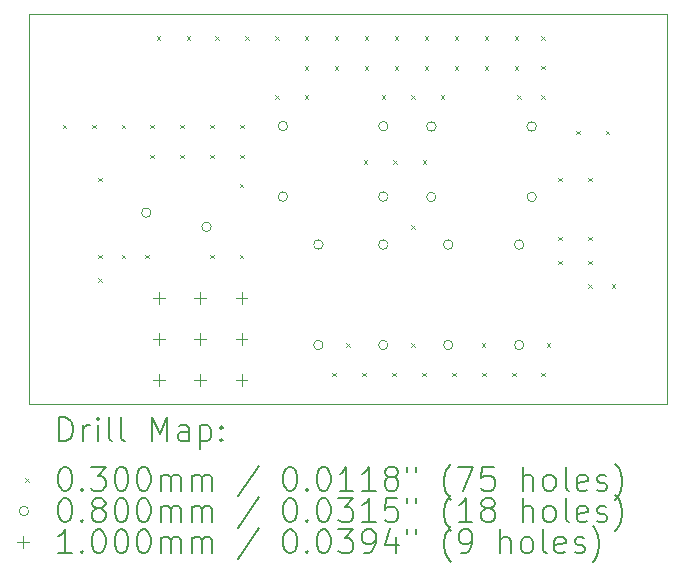
<source format=gbr>
%TF.GenerationSoftware,KiCad,Pcbnew,8.0.5*%
%TF.CreationDate,2024-10-06T13:25:50+09:00*%
%TF.ProjectId,ATT_24dB,4154545f-3234-4644-922e-6b696361645f,rev?*%
%TF.SameCoordinates,Original*%
%TF.FileFunction,Drillmap*%
%TF.FilePolarity,Positive*%
%FSLAX45Y45*%
G04 Gerber Fmt 4.5, Leading zero omitted, Abs format (unit mm)*
G04 Created by KiCad (PCBNEW 8.0.5) date 2024-10-06 13:25:50*
%MOMM*%
%LPD*%
G01*
G04 APERTURE LIST*
%ADD10C,0.050000*%
%ADD11C,0.200000*%
%ADD12C,0.100000*%
G04 APERTURE END LIST*
D10*
X6050000Y-2500000D02*
X11450000Y-2500000D01*
X11450000Y-5800000D01*
X6050000Y-5800000D01*
X6050000Y-2500000D01*
D11*
D12*
X6335000Y-3435000D02*
X6365000Y-3465000D01*
X6365000Y-3435000D02*
X6335000Y-3465000D01*
X6585000Y-3435000D02*
X6615000Y-3465000D01*
X6615000Y-3435000D02*
X6585000Y-3465000D01*
X6635000Y-3885000D02*
X6665000Y-3915000D01*
X6665000Y-3885000D02*
X6635000Y-3915000D01*
X6635000Y-4535000D02*
X6665000Y-4565000D01*
X6665000Y-4535000D02*
X6635000Y-4565000D01*
X6635000Y-4735000D02*
X6665000Y-4765000D01*
X6665000Y-4735000D02*
X6635000Y-4765000D01*
X6835000Y-3435000D02*
X6865000Y-3465000D01*
X6865000Y-3435000D02*
X6835000Y-3465000D01*
X6835000Y-4535000D02*
X6865000Y-4565000D01*
X6865000Y-4535000D02*
X6835000Y-4565000D01*
X7035000Y-4535000D02*
X7065000Y-4565000D01*
X7065000Y-4535000D02*
X7035000Y-4565000D01*
X7077000Y-3435000D02*
X7107000Y-3465000D01*
X7107000Y-3435000D02*
X7077000Y-3465000D01*
X7077000Y-3689000D02*
X7107000Y-3719000D01*
X7107000Y-3689000D02*
X7077000Y-3719000D01*
X7131000Y-2685000D02*
X7161000Y-2715000D01*
X7161000Y-2685000D02*
X7131000Y-2715000D01*
X7331000Y-3435000D02*
X7361000Y-3465000D01*
X7361000Y-3435000D02*
X7331000Y-3465000D01*
X7331000Y-3689000D02*
X7361000Y-3719000D01*
X7361000Y-3689000D02*
X7331000Y-3719000D01*
X7385000Y-2685000D02*
X7415000Y-2715000D01*
X7415000Y-2685000D02*
X7385000Y-2715000D01*
X7585000Y-3435000D02*
X7615000Y-3465000D01*
X7615000Y-3435000D02*
X7585000Y-3465000D01*
X7585000Y-3689000D02*
X7615000Y-3719000D01*
X7615000Y-3689000D02*
X7585000Y-3719000D01*
X7585000Y-4535000D02*
X7615000Y-4565000D01*
X7615000Y-4535000D02*
X7585000Y-4565000D01*
X7627000Y-2685000D02*
X7657000Y-2715000D01*
X7657000Y-2685000D02*
X7627000Y-2715000D01*
X7835000Y-3935000D02*
X7865000Y-3965000D01*
X7865000Y-3935000D02*
X7835000Y-3965000D01*
X7835000Y-4535000D02*
X7865000Y-4565000D01*
X7865000Y-4535000D02*
X7835000Y-4565000D01*
X7839000Y-3435000D02*
X7869000Y-3465000D01*
X7869000Y-3435000D02*
X7839000Y-3465000D01*
X7839000Y-3689000D02*
X7869000Y-3719000D01*
X7869000Y-3689000D02*
X7839000Y-3719000D01*
X7881000Y-2685000D02*
X7911000Y-2715000D01*
X7911000Y-2685000D02*
X7881000Y-2715000D01*
X8135000Y-2685000D02*
X8165000Y-2715000D01*
X8165000Y-2685000D02*
X8135000Y-2715000D01*
X8135000Y-3185000D02*
X8165000Y-3215000D01*
X8165000Y-3185000D02*
X8135000Y-3215000D01*
X8385000Y-2685000D02*
X8415000Y-2715000D01*
X8415000Y-2685000D02*
X8385000Y-2715000D01*
X8385000Y-2939000D02*
X8415000Y-2969000D01*
X8415000Y-2939000D02*
X8385000Y-2969000D01*
X8385000Y-3185000D02*
X8415000Y-3215000D01*
X8415000Y-3185000D02*
X8385000Y-3215000D01*
X8619000Y-5535000D02*
X8649000Y-5565000D01*
X8649000Y-5535000D02*
X8619000Y-5565000D01*
X8639000Y-2685000D02*
X8669000Y-2715000D01*
X8669000Y-2685000D02*
X8639000Y-2715000D01*
X8639000Y-2939000D02*
X8669000Y-2969000D01*
X8669000Y-2939000D02*
X8639000Y-2969000D01*
X8735000Y-5285000D02*
X8765000Y-5315000D01*
X8765000Y-5285000D02*
X8735000Y-5315000D01*
X8873000Y-5535000D02*
X8903000Y-5565000D01*
X8903000Y-5535000D02*
X8873000Y-5565000D01*
X8885000Y-3735000D02*
X8915000Y-3765000D01*
X8915000Y-3735000D02*
X8885000Y-3765000D01*
X8893000Y-2685000D02*
X8923000Y-2715000D01*
X8923000Y-2685000D02*
X8893000Y-2715000D01*
X8893000Y-2939000D02*
X8923000Y-2969000D01*
X8923000Y-2939000D02*
X8893000Y-2969000D01*
X9035000Y-3185000D02*
X9065000Y-3215000D01*
X9065000Y-3185000D02*
X9035000Y-3215000D01*
X9127000Y-5535000D02*
X9157000Y-5565000D01*
X9157000Y-5535000D02*
X9127000Y-5565000D01*
X9135000Y-3735000D02*
X9165000Y-3765000D01*
X9165000Y-3735000D02*
X9135000Y-3765000D01*
X9147000Y-2685000D02*
X9177000Y-2715000D01*
X9177000Y-2685000D02*
X9147000Y-2715000D01*
X9147000Y-2939000D02*
X9177000Y-2969000D01*
X9177000Y-2939000D02*
X9147000Y-2969000D01*
X9285000Y-3185000D02*
X9315000Y-3215000D01*
X9315000Y-3185000D02*
X9285000Y-3215000D01*
X9285000Y-4285000D02*
X9315000Y-4315000D01*
X9315000Y-4285000D02*
X9285000Y-4315000D01*
X9285000Y-5285000D02*
X9315000Y-5315000D01*
X9315000Y-5285000D02*
X9285000Y-5315000D01*
X9381000Y-5535000D02*
X9411000Y-5565000D01*
X9411000Y-5535000D02*
X9381000Y-5565000D01*
X9385000Y-3735000D02*
X9415000Y-3765000D01*
X9415000Y-3735000D02*
X9385000Y-3765000D01*
X9401000Y-2685000D02*
X9431000Y-2715000D01*
X9431000Y-2685000D02*
X9401000Y-2715000D01*
X9401000Y-2939000D02*
X9431000Y-2969000D01*
X9431000Y-2939000D02*
X9401000Y-2969000D01*
X9535000Y-3185000D02*
X9565000Y-3215000D01*
X9565000Y-3185000D02*
X9535000Y-3215000D01*
X9635000Y-5535000D02*
X9665000Y-5565000D01*
X9665000Y-5535000D02*
X9635000Y-5565000D01*
X9655000Y-2685000D02*
X9685000Y-2715000D01*
X9685000Y-2685000D02*
X9655000Y-2715000D01*
X9655000Y-2939000D02*
X9685000Y-2969000D01*
X9685000Y-2939000D02*
X9655000Y-2969000D01*
X9885000Y-5285000D02*
X9915000Y-5315000D01*
X9915000Y-5285000D02*
X9885000Y-5315000D01*
X9889000Y-5535000D02*
X9919000Y-5565000D01*
X9919000Y-5535000D02*
X9889000Y-5565000D01*
X9909000Y-2685000D02*
X9939000Y-2715000D01*
X9939000Y-2685000D02*
X9909000Y-2715000D01*
X9909000Y-2939000D02*
X9939000Y-2969000D01*
X9939000Y-2939000D02*
X9909000Y-2969000D01*
X10143000Y-5535000D02*
X10173000Y-5565000D01*
X10173000Y-5535000D02*
X10143000Y-5565000D01*
X10163000Y-2685000D02*
X10193000Y-2715000D01*
X10193000Y-2685000D02*
X10163000Y-2715000D01*
X10163000Y-2939000D02*
X10193000Y-2969000D01*
X10193000Y-2939000D02*
X10163000Y-2969000D01*
X10185000Y-3185000D02*
X10215000Y-3215000D01*
X10215000Y-3185000D02*
X10185000Y-3215000D01*
X10385000Y-2685000D02*
X10415000Y-2715000D01*
X10415000Y-2685000D02*
X10385000Y-2715000D01*
X10385000Y-2935000D02*
X10415000Y-2965000D01*
X10415000Y-2935000D02*
X10385000Y-2965000D01*
X10385000Y-3185000D02*
X10415000Y-3215000D01*
X10415000Y-3185000D02*
X10385000Y-3215000D01*
X10385000Y-5535000D02*
X10415000Y-5565000D01*
X10415000Y-5535000D02*
X10385000Y-5565000D01*
X10435000Y-5285000D02*
X10465000Y-5315000D01*
X10465000Y-5285000D02*
X10435000Y-5315000D01*
X10531000Y-3885000D02*
X10561000Y-3915000D01*
X10561000Y-3885000D02*
X10531000Y-3915000D01*
X10531000Y-4385000D02*
X10561000Y-4415000D01*
X10561000Y-4385000D02*
X10531000Y-4415000D01*
X10531000Y-4585000D02*
X10561000Y-4615000D01*
X10561000Y-4585000D02*
X10531000Y-4615000D01*
X10685000Y-3485000D02*
X10715000Y-3515000D01*
X10715000Y-3485000D02*
X10685000Y-3515000D01*
X10785000Y-3885000D02*
X10815000Y-3915000D01*
X10815000Y-3885000D02*
X10785000Y-3915000D01*
X10785000Y-4385000D02*
X10815000Y-4415000D01*
X10815000Y-4385000D02*
X10785000Y-4415000D01*
X10785000Y-4585000D02*
X10815000Y-4615000D01*
X10815000Y-4585000D02*
X10785000Y-4615000D01*
X10785000Y-4785000D02*
X10815000Y-4815000D01*
X10815000Y-4785000D02*
X10785000Y-4815000D01*
X10935000Y-3485000D02*
X10965000Y-3515000D01*
X10965000Y-3485000D02*
X10935000Y-3515000D01*
X10985000Y-4785000D02*
X11015000Y-4815000D01*
X11015000Y-4785000D02*
X10985000Y-4815000D01*
X7083250Y-4180000D02*
G75*
G02*
X7003250Y-4180000I-40000J0D01*
G01*
X7003250Y-4180000D02*
G75*
G02*
X7083250Y-4180000I40000J0D01*
G01*
X7593250Y-4300000D02*
G75*
G02*
X7513250Y-4300000I-40000J0D01*
G01*
X7513250Y-4300000D02*
G75*
G02*
X7593250Y-4300000I40000J0D01*
G01*
X8240000Y-3446750D02*
G75*
G02*
X8160000Y-3446750I-40000J0D01*
G01*
X8160000Y-3446750D02*
G75*
G02*
X8240000Y-3446750I40000J0D01*
G01*
X8240000Y-4043500D02*
G75*
G02*
X8160000Y-4043500I-40000J0D01*
G01*
X8160000Y-4043500D02*
G75*
G02*
X8240000Y-4043500I40000J0D01*
G01*
X8540000Y-4450000D02*
G75*
G02*
X8460000Y-4450000I-40000J0D01*
G01*
X8460000Y-4450000D02*
G75*
G02*
X8540000Y-4450000I40000J0D01*
G01*
X8540000Y-5300000D02*
G75*
G02*
X8460000Y-5300000I-40000J0D01*
G01*
X8460000Y-5300000D02*
G75*
G02*
X8540000Y-5300000I40000J0D01*
G01*
X9090000Y-3446750D02*
G75*
G02*
X9010000Y-3446750I-40000J0D01*
G01*
X9010000Y-3446750D02*
G75*
G02*
X9090000Y-3446750I40000J0D01*
G01*
X9090000Y-4043500D02*
G75*
G02*
X9010000Y-4043500I-40000J0D01*
G01*
X9010000Y-4043500D02*
G75*
G02*
X9090000Y-4043500I40000J0D01*
G01*
X9090000Y-4450000D02*
G75*
G02*
X9010000Y-4450000I-40000J0D01*
G01*
X9010000Y-4450000D02*
G75*
G02*
X9090000Y-4450000I40000J0D01*
G01*
X9090000Y-5300000D02*
G75*
G02*
X9010000Y-5300000I-40000J0D01*
G01*
X9010000Y-5300000D02*
G75*
G02*
X9090000Y-5300000I40000J0D01*
G01*
X9496500Y-3450000D02*
G75*
G02*
X9416500Y-3450000I-40000J0D01*
G01*
X9416500Y-3450000D02*
G75*
G02*
X9496500Y-3450000I40000J0D01*
G01*
X9496500Y-4046750D02*
G75*
G02*
X9416500Y-4046750I-40000J0D01*
G01*
X9416500Y-4046750D02*
G75*
G02*
X9496500Y-4046750I40000J0D01*
G01*
X9640000Y-4450000D02*
G75*
G02*
X9560000Y-4450000I-40000J0D01*
G01*
X9560000Y-4450000D02*
G75*
G02*
X9640000Y-4450000I40000J0D01*
G01*
X9640000Y-5300000D02*
G75*
G02*
X9560000Y-5300000I-40000J0D01*
G01*
X9560000Y-5300000D02*
G75*
G02*
X9640000Y-5300000I40000J0D01*
G01*
X10240000Y-4450000D02*
G75*
G02*
X10160000Y-4450000I-40000J0D01*
G01*
X10160000Y-4450000D02*
G75*
G02*
X10240000Y-4450000I40000J0D01*
G01*
X10240000Y-5300000D02*
G75*
G02*
X10160000Y-5300000I-40000J0D01*
G01*
X10160000Y-5300000D02*
G75*
G02*
X10240000Y-5300000I40000J0D01*
G01*
X10346500Y-3450000D02*
G75*
G02*
X10266500Y-3450000I-40000J0D01*
G01*
X10266500Y-3450000D02*
G75*
G02*
X10346500Y-3450000I40000J0D01*
G01*
X10346500Y-4046750D02*
G75*
G02*
X10266500Y-4046750I-40000J0D01*
G01*
X10266500Y-4046750D02*
G75*
G02*
X10346500Y-4046750I40000J0D01*
G01*
X7150000Y-4850000D02*
X7150000Y-4950000D01*
X7100000Y-4900000D02*
X7200000Y-4900000D01*
X7150000Y-5200000D02*
X7150000Y-5300000D01*
X7100000Y-5250000D02*
X7200000Y-5250000D01*
X7150000Y-5550000D02*
X7150000Y-5650000D01*
X7100000Y-5600000D02*
X7200000Y-5600000D01*
X7500000Y-4850000D02*
X7500000Y-4950000D01*
X7450000Y-4900000D02*
X7550000Y-4900000D01*
X7500000Y-5200000D02*
X7500000Y-5300000D01*
X7450000Y-5250000D02*
X7550000Y-5250000D01*
X7500000Y-5550000D02*
X7500000Y-5650000D01*
X7450000Y-5600000D02*
X7550000Y-5600000D01*
X7850000Y-4850000D02*
X7850000Y-4950000D01*
X7800000Y-4900000D02*
X7900000Y-4900000D01*
X7850000Y-5200000D02*
X7850000Y-5300000D01*
X7800000Y-5250000D02*
X7900000Y-5250000D01*
X7850000Y-5550000D02*
X7850000Y-5650000D01*
X7800000Y-5600000D02*
X7900000Y-5600000D01*
D11*
X6308277Y-6113984D02*
X6308277Y-5913984D01*
X6308277Y-5913984D02*
X6355896Y-5913984D01*
X6355896Y-5913984D02*
X6384467Y-5923508D01*
X6384467Y-5923508D02*
X6403515Y-5942555D01*
X6403515Y-5942555D02*
X6413039Y-5961603D01*
X6413039Y-5961603D02*
X6422562Y-5999698D01*
X6422562Y-5999698D02*
X6422562Y-6028269D01*
X6422562Y-6028269D02*
X6413039Y-6066365D01*
X6413039Y-6066365D02*
X6403515Y-6085412D01*
X6403515Y-6085412D02*
X6384467Y-6104460D01*
X6384467Y-6104460D02*
X6355896Y-6113984D01*
X6355896Y-6113984D02*
X6308277Y-6113984D01*
X6508277Y-6113984D02*
X6508277Y-5980650D01*
X6508277Y-6018746D02*
X6517801Y-5999698D01*
X6517801Y-5999698D02*
X6527324Y-5990174D01*
X6527324Y-5990174D02*
X6546372Y-5980650D01*
X6546372Y-5980650D02*
X6565420Y-5980650D01*
X6632086Y-6113984D02*
X6632086Y-5980650D01*
X6632086Y-5913984D02*
X6622562Y-5923508D01*
X6622562Y-5923508D02*
X6632086Y-5933031D01*
X6632086Y-5933031D02*
X6641610Y-5923508D01*
X6641610Y-5923508D02*
X6632086Y-5913984D01*
X6632086Y-5913984D02*
X6632086Y-5933031D01*
X6755896Y-6113984D02*
X6736848Y-6104460D01*
X6736848Y-6104460D02*
X6727324Y-6085412D01*
X6727324Y-6085412D02*
X6727324Y-5913984D01*
X6860658Y-6113984D02*
X6841610Y-6104460D01*
X6841610Y-6104460D02*
X6832086Y-6085412D01*
X6832086Y-6085412D02*
X6832086Y-5913984D01*
X7089229Y-6113984D02*
X7089229Y-5913984D01*
X7089229Y-5913984D02*
X7155896Y-6056841D01*
X7155896Y-6056841D02*
X7222562Y-5913984D01*
X7222562Y-5913984D02*
X7222562Y-6113984D01*
X7403515Y-6113984D02*
X7403515Y-6009222D01*
X7403515Y-6009222D02*
X7393991Y-5990174D01*
X7393991Y-5990174D02*
X7374943Y-5980650D01*
X7374943Y-5980650D02*
X7336848Y-5980650D01*
X7336848Y-5980650D02*
X7317801Y-5990174D01*
X7403515Y-6104460D02*
X7384467Y-6113984D01*
X7384467Y-6113984D02*
X7336848Y-6113984D01*
X7336848Y-6113984D02*
X7317801Y-6104460D01*
X7317801Y-6104460D02*
X7308277Y-6085412D01*
X7308277Y-6085412D02*
X7308277Y-6066365D01*
X7308277Y-6066365D02*
X7317801Y-6047317D01*
X7317801Y-6047317D02*
X7336848Y-6037793D01*
X7336848Y-6037793D02*
X7384467Y-6037793D01*
X7384467Y-6037793D02*
X7403515Y-6028269D01*
X7498753Y-5980650D02*
X7498753Y-6180650D01*
X7498753Y-5990174D02*
X7517801Y-5980650D01*
X7517801Y-5980650D02*
X7555896Y-5980650D01*
X7555896Y-5980650D02*
X7574943Y-5990174D01*
X7574943Y-5990174D02*
X7584467Y-5999698D01*
X7584467Y-5999698D02*
X7593991Y-6018746D01*
X7593991Y-6018746D02*
X7593991Y-6075888D01*
X7593991Y-6075888D02*
X7584467Y-6094936D01*
X7584467Y-6094936D02*
X7574943Y-6104460D01*
X7574943Y-6104460D02*
X7555896Y-6113984D01*
X7555896Y-6113984D02*
X7517801Y-6113984D01*
X7517801Y-6113984D02*
X7498753Y-6104460D01*
X7679705Y-6094936D02*
X7689229Y-6104460D01*
X7689229Y-6104460D02*
X7679705Y-6113984D01*
X7679705Y-6113984D02*
X7670182Y-6104460D01*
X7670182Y-6104460D02*
X7679705Y-6094936D01*
X7679705Y-6094936D02*
X7679705Y-6113984D01*
X7679705Y-5990174D02*
X7689229Y-5999698D01*
X7689229Y-5999698D02*
X7679705Y-6009222D01*
X7679705Y-6009222D02*
X7670182Y-5999698D01*
X7670182Y-5999698D02*
X7679705Y-5990174D01*
X7679705Y-5990174D02*
X7679705Y-6009222D01*
D12*
X6017500Y-6427500D02*
X6047500Y-6457500D01*
X6047500Y-6427500D02*
X6017500Y-6457500D01*
D11*
X6346372Y-6333984D02*
X6365420Y-6333984D01*
X6365420Y-6333984D02*
X6384467Y-6343508D01*
X6384467Y-6343508D02*
X6393991Y-6353031D01*
X6393991Y-6353031D02*
X6403515Y-6372079D01*
X6403515Y-6372079D02*
X6413039Y-6410174D01*
X6413039Y-6410174D02*
X6413039Y-6457793D01*
X6413039Y-6457793D02*
X6403515Y-6495888D01*
X6403515Y-6495888D02*
X6393991Y-6514936D01*
X6393991Y-6514936D02*
X6384467Y-6524460D01*
X6384467Y-6524460D02*
X6365420Y-6533984D01*
X6365420Y-6533984D02*
X6346372Y-6533984D01*
X6346372Y-6533984D02*
X6327324Y-6524460D01*
X6327324Y-6524460D02*
X6317801Y-6514936D01*
X6317801Y-6514936D02*
X6308277Y-6495888D01*
X6308277Y-6495888D02*
X6298753Y-6457793D01*
X6298753Y-6457793D02*
X6298753Y-6410174D01*
X6298753Y-6410174D02*
X6308277Y-6372079D01*
X6308277Y-6372079D02*
X6317801Y-6353031D01*
X6317801Y-6353031D02*
X6327324Y-6343508D01*
X6327324Y-6343508D02*
X6346372Y-6333984D01*
X6498753Y-6514936D02*
X6508277Y-6524460D01*
X6508277Y-6524460D02*
X6498753Y-6533984D01*
X6498753Y-6533984D02*
X6489229Y-6524460D01*
X6489229Y-6524460D02*
X6498753Y-6514936D01*
X6498753Y-6514936D02*
X6498753Y-6533984D01*
X6574943Y-6333984D02*
X6698753Y-6333984D01*
X6698753Y-6333984D02*
X6632086Y-6410174D01*
X6632086Y-6410174D02*
X6660658Y-6410174D01*
X6660658Y-6410174D02*
X6679705Y-6419698D01*
X6679705Y-6419698D02*
X6689229Y-6429222D01*
X6689229Y-6429222D02*
X6698753Y-6448269D01*
X6698753Y-6448269D02*
X6698753Y-6495888D01*
X6698753Y-6495888D02*
X6689229Y-6514936D01*
X6689229Y-6514936D02*
X6679705Y-6524460D01*
X6679705Y-6524460D02*
X6660658Y-6533984D01*
X6660658Y-6533984D02*
X6603515Y-6533984D01*
X6603515Y-6533984D02*
X6584467Y-6524460D01*
X6584467Y-6524460D02*
X6574943Y-6514936D01*
X6822562Y-6333984D02*
X6841610Y-6333984D01*
X6841610Y-6333984D02*
X6860658Y-6343508D01*
X6860658Y-6343508D02*
X6870182Y-6353031D01*
X6870182Y-6353031D02*
X6879705Y-6372079D01*
X6879705Y-6372079D02*
X6889229Y-6410174D01*
X6889229Y-6410174D02*
X6889229Y-6457793D01*
X6889229Y-6457793D02*
X6879705Y-6495888D01*
X6879705Y-6495888D02*
X6870182Y-6514936D01*
X6870182Y-6514936D02*
X6860658Y-6524460D01*
X6860658Y-6524460D02*
X6841610Y-6533984D01*
X6841610Y-6533984D02*
X6822562Y-6533984D01*
X6822562Y-6533984D02*
X6803515Y-6524460D01*
X6803515Y-6524460D02*
X6793991Y-6514936D01*
X6793991Y-6514936D02*
X6784467Y-6495888D01*
X6784467Y-6495888D02*
X6774943Y-6457793D01*
X6774943Y-6457793D02*
X6774943Y-6410174D01*
X6774943Y-6410174D02*
X6784467Y-6372079D01*
X6784467Y-6372079D02*
X6793991Y-6353031D01*
X6793991Y-6353031D02*
X6803515Y-6343508D01*
X6803515Y-6343508D02*
X6822562Y-6333984D01*
X7013039Y-6333984D02*
X7032086Y-6333984D01*
X7032086Y-6333984D02*
X7051134Y-6343508D01*
X7051134Y-6343508D02*
X7060658Y-6353031D01*
X7060658Y-6353031D02*
X7070182Y-6372079D01*
X7070182Y-6372079D02*
X7079705Y-6410174D01*
X7079705Y-6410174D02*
X7079705Y-6457793D01*
X7079705Y-6457793D02*
X7070182Y-6495888D01*
X7070182Y-6495888D02*
X7060658Y-6514936D01*
X7060658Y-6514936D02*
X7051134Y-6524460D01*
X7051134Y-6524460D02*
X7032086Y-6533984D01*
X7032086Y-6533984D02*
X7013039Y-6533984D01*
X7013039Y-6533984D02*
X6993991Y-6524460D01*
X6993991Y-6524460D02*
X6984467Y-6514936D01*
X6984467Y-6514936D02*
X6974943Y-6495888D01*
X6974943Y-6495888D02*
X6965420Y-6457793D01*
X6965420Y-6457793D02*
X6965420Y-6410174D01*
X6965420Y-6410174D02*
X6974943Y-6372079D01*
X6974943Y-6372079D02*
X6984467Y-6353031D01*
X6984467Y-6353031D02*
X6993991Y-6343508D01*
X6993991Y-6343508D02*
X7013039Y-6333984D01*
X7165420Y-6533984D02*
X7165420Y-6400650D01*
X7165420Y-6419698D02*
X7174943Y-6410174D01*
X7174943Y-6410174D02*
X7193991Y-6400650D01*
X7193991Y-6400650D02*
X7222563Y-6400650D01*
X7222563Y-6400650D02*
X7241610Y-6410174D01*
X7241610Y-6410174D02*
X7251134Y-6429222D01*
X7251134Y-6429222D02*
X7251134Y-6533984D01*
X7251134Y-6429222D02*
X7260658Y-6410174D01*
X7260658Y-6410174D02*
X7279705Y-6400650D01*
X7279705Y-6400650D02*
X7308277Y-6400650D01*
X7308277Y-6400650D02*
X7327324Y-6410174D01*
X7327324Y-6410174D02*
X7336848Y-6429222D01*
X7336848Y-6429222D02*
X7336848Y-6533984D01*
X7432086Y-6533984D02*
X7432086Y-6400650D01*
X7432086Y-6419698D02*
X7441610Y-6410174D01*
X7441610Y-6410174D02*
X7460658Y-6400650D01*
X7460658Y-6400650D02*
X7489229Y-6400650D01*
X7489229Y-6400650D02*
X7508277Y-6410174D01*
X7508277Y-6410174D02*
X7517801Y-6429222D01*
X7517801Y-6429222D02*
X7517801Y-6533984D01*
X7517801Y-6429222D02*
X7527324Y-6410174D01*
X7527324Y-6410174D02*
X7546372Y-6400650D01*
X7546372Y-6400650D02*
X7574943Y-6400650D01*
X7574943Y-6400650D02*
X7593991Y-6410174D01*
X7593991Y-6410174D02*
X7603515Y-6429222D01*
X7603515Y-6429222D02*
X7603515Y-6533984D01*
X7993991Y-6324460D02*
X7822563Y-6581603D01*
X8251134Y-6333984D02*
X8270182Y-6333984D01*
X8270182Y-6333984D02*
X8289229Y-6343508D01*
X8289229Y-6343508D02*
X8298753Y-6353031D01*
X8298753Y-6353031D02*
X8308277Y-6372079D01*
X8308277Y-6372079D02*
X8317801Y-6410174D01*
X8317801Y-6410174D02*
X8317801Y-6457793D01*
X8317801Y-6457793D02*
X8308277Y-6495888D01*
X8308277Y-6495888D02*
X8298753Y-6514936D01*
X8298753Y-6514936D02*
X8289229Y-6524460D01*
X8289229Y-6524460D02*
X8270182Y-6533984D01*
X8270182Y-6533984D02*
X8251134Y-6533984D01*
X8251134Y-6533984D02*
X8232086Y-6524460D01*
X8232086Y-6524460D02*
X8222563Y-6514936D01*
X8222563Y-6514936D02*
X8213039Y-6495888D01*
X8213039Y-6495888D02*
X8203515Y-6457793D01*
X8203515Y-6457793D02*
X8203515Y-6410174D01*
X8203515Y-6410174D02*
X8213039Y-6372079D01*
X8213039Y-6372079D02*
X8222563Y-6353031D01*
X8222563Y-6353031D02*
X8232086Y-6343508D01*
X8232086Y-6343508D02*
X8251134Y-6333984D01*
X8403515Y-6514936D02*
X8413039Y-6524460D01*
X8413039Y-6524460D02*
X8403515Y-6533984D01*
X8403515Y-6533984D02*
X8393991Y-6524460D01*
X8393991Y-6524460D02*
X8403515Y-6514936D01*
X8403515Y-6514936D02*
X8403515Y-6533984D01*
X8536848Y-6333984D02*
X8555896Y-6333984D01*
X8555896Y-6333984D02*
X8574944Y-6343508D01*
X8574944Y-6343508D02*
X8584468Y-6353031D01*
X8584468Y-6353031D02*
X8593991Y-6372079D01*
X8593991Y-6372079D02*
X8603515Y-6410174D01*
X8603515Y-6410174D02*
X8603515Y-6457793D01*
X8603515Y-6457793D02*
X8593991Y-6495888D01*
X8593991Y-6495888D02*
X8584468Y-6514936D01*
X8584468Y-6514936D02*
X8574944Y-6524460D01*
X8574944Y-6524460D02*
X8555896Y-6533984D01*
X8555896Y-6533984D02*
X8536848Y-6533984D01*
X8536848Y-6533984D02*
X8517801Y-6524460D01*
X8517801Y-6524460D02*
X8508277Y-6514936D01*
X8508277Y-6514936D02*
X8498753Y-6495888D01*
X8498753Y-6495888D02*
X8489229Y-6457793D01*
X8489229Y-6457793D02*
X8489229Y-6410174D01*
X8489229Y-6410174D02*
X8498753Y-6372079D01*
X8498753Y-6372079D02*
X8508277Y-6353031D01*
X8508277Y-6353031D02*
X8517801Y-6343508D01*
X8517801Y-6343508D02*
X8536848Y-6333984D01*
X8793991Y-6533984D02*
X8679706Y-6533984D01*
X8736848Y-6533984D02*
X8736848Y-6333984D01*
X8736848Y-6333984D02*
X8717801Y-6362555D01*
X8717801Y-6362555D02*
X8698753Y-6381603D01*
X8698753Y-6381603D02*
X8679706Y-6391127D01*
X8984468Y-6533984D02*
X8870182Y-6533984D01*
X8927325Y-6533984D02*
X8927325Y-6333984D01*
X8927325Y-6333984D02*
X8908277Y-6362555D01*
X8908277Y-6362555D02*
X8889229Y-6381603D01*
X8889229Y-6381603D02*
X8870182Y-6391127D01*
X9098753Y-6419698D02*
X9079706Y-6410174D01*
X9079706Y-6410174D02*
X9070182Y-6400650D01*
X9070182Y-6400650D02*
X9060658Y-6381603D01*
X9060658Y-6381603D02*
X9060658Y-6372079D01*
X9060658Y-6372079D02*
X9070182Y-6353031D01*
X9070182Y-6353031D02*
X9079706Y-6343508D01*
X9079706Y-6343508D02*
X9098753Y-6333984D01*
X9098753Y-6333984D02*
X9136849Y-6333984D01*
X9136849Y-6333984D02*
X9155896Y-6343508D01*
X9155896Y-6343508D02*
X9165420Y-6353031D01*
X9165420Y-6353031D02*
X9174944Y-6372079D01*
X9174944Y-6372079D02*
X9174944Y-6381603D01*
X9174944Y-6381603D02*
X9165420Y-6400650D01*
X9165420Y-6400650D02*
X9155896Y-6410174D01*
X9155896Y-6410174D02*
X9136849Y-6419698D01*
X9136849Y-6419698D02*
X9098753Y-6419698D01*
X9098753Y-6419698D02*
X9079706Y-6429222D01*
X9079706Y-6429222D02*
X9070182Y-6438746D01*
X9070182Y-6438746D02*
X9060658Y-6457793D01*
X9060658Y-6457793D02*
X9060658Y-6495888D01*
X9060658Y-6495888D02*
X9070182Y-6514936D01*
X9070182Y-6514936D02*
X9079706Y-6524460D01*
X9079706Y-6524460D02*
X9098753Y-6533984D01*
X9098753Y-6533984D02*
X9136849Y-6533984D01*
X9136849Y-6533984D02*
X9155896Y-6524460D01*
X9155896Y-6524460D02*
X9165420Y-6514936D01*
X9165420Y-6514936D02*
X9174944Y-6495888D01*
X9174944Y-6495888D02*
X9174944Y-6457793D01*
X9174944Y-6457793D02*
X9165420Y-6438746D01*
X9165420Y-6438746D02*
X9155896Y-6429222D01*
X9155896Y-6429222D02*
X9136849Y-6419698D01*
X9251134Y-6333984D02*
X9251134Y-6372079D01*
X9327325Y-6333984D02*
X9327325Y-6372079D01*
X9622563Y-6610174D02*
X9613039Y-6600650D01*
X9613039Y-6600650D02*
X9593991Y-6572079D01*
X9593991Y-6572079D02*
X9584468Y-6553031D01*
X9584468Y-6553031D02*
X9574944Y-6524460D01*
X9574944Y-6524460D02*
X9565420Y-6476841D01*
X9565420Y-6476841D02*
X9565420Y-6438746D01*
X9565420Y-6438746D02*
X9574944Y-6391127D01*
X9574944Y-6391127D02*
X9584468Y-6362555D01*
X9584468Y-6362555D02*
X9593991Y-6343508D01*
X9593991Y-6343508D02*
X9613039Y-6314936D01*
X9613039Y-6314936D02*
X9622563Y-6305412D01*
X9679706Y-6333984D02*
X9813039Y-6333984D01*
X9813039Y-6333984D02*
X9727325Y-6533984D01*
X9984468Y-6333984D02*
X9889230Y-6333984D01*
X9889230Y-6333984D02*
X9879706Y-6429222D01*
X9879706Y-6429222D02*
X9889230Y-6419698D01*
X9889230Y-6419698D02*
X9908277Y-6410174D01*
X9908277Y-6410174D02*
X9955896Y-6410174D01*
X9955896Y-6410174D02*
X9974944Y-6419698D01*
X9974944Y-6419698D02*
X9984468Y-6429222D01*
X9984468Y-6429222D02*
X9993991Y-6448269D01*
X9993991Y-6448269D02*
X9993991Y-6495888D01*
X9993991Y-6495888D02*
X9984468Y-6514936D01*
X9984468Y-6514936D02*
X9974944Y-6524460D01*
X9974944Y-6524460D02*
X9955896Y-6533984D01*
X9955896Y-6533984D02*
X9908277Y-6533984D01*
X9908277Y-6533984D02*
X9889230Y-6524460D01*
X9889230Y-6524460D02*
X9879706Y-6514936D01*
X10232087Y-6533984D02*
X10232087Y-6333984D01*
X10317801Y-6533984D02*
X10317801Y-6429222D01*
X10317801Y-6429222D02*
X10308277Y-6410174D01*
X10308277Y-6410174D02*
X10289230Y-6400650D01*
X10289230Y-6400650D02*
X10260658Y-6400650D01*
X10260658Y-6400650D02*
X10241611Y-6410174D01*
X10241611Y-6410174D02*
X10232087Y-6419698D01*
X10441611Y-6533984D02*
X10422563Y-6524460D01*
X10422563Y-6524460D02*
X10413039Y-6514936D01*
X10413039Y-6514936D02*
X10403515Y-6495888D01*
X10403515Y-6495888D02*
X10403515Y-6438746D01*
X10403515Y-6438746D02*
X10413039Y-6419698D01*
X10413039Y-6419698D02*
X10422563Y-6410174D01*
X10422563Y-6410174D02*
X10441611Y-6400650D01*
X10441611Y-6400650D02*
X10470182Y-6400650D01*
X10470182Y-6400650D02*
X10489230Y-6410174D01*
X10489230Y-6410174D02*
X10498753Y-6419698D01*
X10498753Y-6419698D02*
X10508277Y-6438746D01*
X10508277Y-6438746D02*
X10508277Y-6495888D01*
X10508277Y-6495888D02*
X10498753Y-6514936D01*
X10498753Y-6514936D02*
X10489230Y-6524460D01*
X10489230Y-6524460D02*
X10470182Y-6533984D01*
X10470182Y-6533984D02*
X10441611Y-6533984D01*
X10622563Y-6533984D02*
X10603515Y-6524460D01*
X10603515Y-6524460D02*
X10593992Y-6505412D01*
X10593992Y-6505412D02*
X10593992Y-6333984D01*
X10774944Y-6524460D02*
X10755896Y-6533984D01*
X10755896Y-6533984D02*
X10717801Y-6533984D01*
X10717801Y-6533984D02*
X10698753Y-6524460D01*
X10698753Y-6524460D02*
X10689230Y-6505412D01*
X10689230Y-6505412D02*
X10689230Y-6429222D01*
X10689230Y-6429222D02*
X10698753Y-6410174D01*
X10698753Y-6410174D02*
X10717801Y-6400650D01*
X10717801Y-6400650D02*
X10755896Y-6400650D01*
X10755896Y-6400650D02*
X10774944Y-6410174D01*
X10774944Y-6410174D02*
X10784468Y-6429222D01*
X10784468Y-6429222D02*
X10784468Y-6448269D01*
X10784468Y-6448269D02*
X10689230Y-6467317D01*
X10860658Y-6524460D02*
X10879706Y-6533984D01*
X10879706Y-6533984D02*
X10917801Y-6533984D01*
X10917801Y-6533984D02*
X10936849Y-6524460D01*
X10936849Y-6524460D02*
X10946373Y-6505412D01*
X10946373Y-6505412D02*
X10946373Y-6495888D01*
X10946373Y-6495888D02*
X10936849Y-6476841D01*
X10936849Y-6476841D02*
X10917801Y-6467317D01*
X10917801Y-6467317D02*
X10889230Y-6467317D01*
X10889230Y-6467317D02*
X10870182Y-6457793D01*
X10870182Y-6457793D02*
X10860658Y-6438746D01*
X10860658Y-6438746D02*
X10860658Y-6429222D01*
X10860658Y-6429222D02*
X10870182Y-6410174D01*
X10870182Y-6410174D02*
X10889230Y-6400650D01*
X10889230Y-6400650D02*
X10917801Y-6400650D01*
X10917801Y-6400650D02*
X10936849Y-6410174D01*
X11013039Y-6610174D02*
X11022563Y-6600650D01*
X11022563Y-6600650D02*
X11041611Y-6572079D01*
X11041611Y-6572079D02*
X11051134Y-6553031D01*
X11051134Y-6553031D02*
X11060658Y-6524460D01*
X11060658Y-6524460D02*
X11070182Y-6476841D01*
X11070182Y-6476841D02*
X11070182Y-6438746D01*
X11070182Y-6438746D02*
X11060658Y-6391127D01*
X11060658Y-6391127D02*
X11051134Y-6362555D01*
X11051134Y-6362555D02*
X11041611Y-6343508D01*
X11041611Y-6343508D02*
X11022563Y-6314936D01*
X11022563Y-6314936D02*
X11013039Y-6305412D01*
D12*
X6047500Y-6706500D02*
G75*
G02*
X5967500Y-6706500I-40000J0D01*
G01*
X5967500Y-6706500D02*
G75*
G02*
X6047500Y-6706500I40000J0D01*
G01*
D11*
X6346372Y-6597984D02*
X6365420Y-6597984D01*
X6365420Y-6597984D02*
X6384467Y-6607508D01*
X6384467Y-6607508D02*
X6393991Y-6617031D01*
X6393991Y-6617031D02*
X6403515Y-6636079D01*
X6403515Y-6636079D02*
X6413039Y-6674174D01*
X6413039Y-6674174D02*
X6413039Y-6721793D01*
X6413039Y-6721793D02*
X6403515Y-6759888D01*
X6403515Y-6759888D02*
X6393991Y-6778936D01*
X6393991Y-6778936D02*
X6384467Y-6788460D01*
X6384467Y-6788460D02*
X6365420Y-6797984D01*
X6365420Y-6797984D02*
X6346372Y-6797984D01*
X6346372Y-6797984D02*
X6327324Y-6788460D01*
X6327324Y-6788460D02*
X6317801Y-6778936D01*
X6317801Y-6778936D02*
X6308277Y-6759888D01*
X6308277Y-6759888D02*
X6298753Y-6721793D01*
X6298753Y-6721793D02*
X6298753Y-6674174D01*
X6298753Y-6674174D02*
X6308277Y-6636079D01*
X6308277Y-6636079D02*
X6317801Y-6617031D01*
X6317801Y-6617031D02*
X6327324Y-6607508D01*
X6327324Y-6607508D02*
X6346372Y-6597984D01*
X6498753Y-6778936D02*
X6508277Y-6788460D01*
X6508277Y-6788460D02*
X6498753Y-6797984D01*
X6498753Y-6797984D02*
X6489229Y-6788460D01*
X6489229Y-6788460D02*
X6498753Y-6778936D01*
X6498753Y-6778936D02*
X6498753Y-6797984D01*
X6622562Y-6683698D02*
X6603515Y-6674174D01*
X6603515Y-6674174D02*
X6593991Y-6664650D01*
X6593991Y-6664650D02*
X6584467Y-6645603D01*
X6584467Y-6645603D02*
X6584467Y-6636079D01*
X6584467Y-6636079D02*
X6593991Y-6617031D01*
X6593991Y-6617031D02*
X6603515Y-6607508D01*
X6603515Y-6607508D02*
X6622562Y-6597984D01*
X6622562Y-6597984D02*
X6660658Y-6597984D01*
X6660658Y-6597984D02*
X6679705Y-6607508D01*
X6679705Y-6607508D02*
X6689229Y-6617031D01*
X6689229Y-6617031D02*
X6698753Y-6636079D01*
X6698753Y-6636079D02*
X6698753Y-6645603D01*
X6698753Y-6645603D02*
X6689229Y-6664650D01*
X6689229Y-6664650D02*
X6679705Y-6674174D01*
X6679705Y-6674174D02*
X6660658Y-6683698D01*
X6660658Y-6683698D02*
X6622562Y-6683698D01*
X6622562Y-6683698D02*
X6603515Y-6693222D01*
X6603515Y-6693222D02*
X6593991Y-6702746D01*
X6593991Y-6702746D02*
X6584467Y-6721793D01*
X6584467Y-6721793D02*
X6584467Y-6759888D01*
X6584467Y-6759888D02*
X6593991Y-6778936D01*
X6593991Y-6778936D02*
X6603515Y-6788460D01*
X6603515Y-6788460D02*
X6622562Y-6797984D01*
X6622562Y-6797984D02*
X6660658Y-6797984D01*
X6660658Y-6797984D02*
X6679705Y-6788460D01*
X6679705Y-6788460D02*
X6689229Y-6778936D01*
X6689229Y-6778936D02*
X6698753Y-6759888D01*
X6698753Y-6759888D02*
X6698753Y-6721793D01*
X6698753Y-6721793D02*
X6689229Y-6702746D01*
X6689229Y-6702746D02*
X6679705Y-6693222D01*
X6679705Y-6693222D02*
X6660658Y-6683698D01*
X6822562Y-6597984D02*
X6841610Y-6597984D01*
X6841610Y-6597984D02*
X6860658Y-6607508D01*
X6860658Y-6607508D02*
X6870182Y-6617031D01*
X6870182Y-6617031D02*
X6879705Y-6636079D01*
X6879705Y-6636079D02*
X6889229Y-6674174D01*
X6889229Y-6674174D02*
X6889229Y-6721793D01*
X6889229Y-6721793D02*
X6879705Y-6759888D01*
X6879705Y-6759888D02*
X6870182Y-6778936D01*
X6870182Y-6778936D02*
X6860658Y-6788460D01*
X6860658Y-6788460D02*
X6841610Y-6797984D01*
X6841610Y-6797984D02*
X6822562Y-6797984D01*
X6822562Y-6797984D02*
X6803515Y-6788460D01*
X6803515Y-6788460D02*
X6793991Y-6778936D01*
X6793991Y-6778936D02*
X6784467Y-6759888D01*
X6784467Y-6759888D02*
X6774943Y-6721793D01*
X6774943Y-6721793D02*
X6774943Y-6674174D01*
X6774943Y-6674174D02*
X6784467Y-6636079D01*
X6784467Y-6636079D02*
X6793991Y-6617031D01*
X6793991Y-6617031D02*
X6803515Y-6607508D01*
X6803515Y-6607508D02*
X6822562Y-6597984D01*
X7013039Y-6597984D02*
X7032086Y-6597984D01*
X7032086Y-6597984D02*
X7051134Y-6607508D01*
X7051134Y-6607508D02*
X7060658Y-6617031D01*
X7060658Y-6617031D02*
X7070182Y-6636079D01*
X7070182Y-6636079D02*
X7079705Y-6674174D01*
X7079705Y-6674174D02*
X7079705Y-6721793D01*
X7079705Y-6721793D02*
X7070182Y-6759888D01*
X7070182Y-6759888D02*
X7060658Y-6778936D01*
X7060658Y-6778936D02*
X7051134Y-6788460D01*
X7051134Y-6788460D02*
X7032086Y-6797984D01*
X7032086Y-6797984D02*
X7013039Y-6797984D01*
X7013039Y-6797984D02*
X6993991Y-6788460D01*
X6993991Y-6788460D02*
X6984467Y-6778936D01*
X6984467Y-6778936D02*
X6974943Y-6759888D01*
X6974943Y-6759888D02*
X6965420Y-6721793D01*
X6965420Y-6721793D02*
X6965420Y-6674174D01*
X6965420Y-6674174D02*
X6974943Y-6636079D01*
X6974943Y-6636079D02*
X6984467Y-6617031D01*
X6984467Y-6617031D02*
X6993991Y-6607508D01*
X6993991Y-6607508D02*
X7013039Y-6597984D01*
X7165420Y-6797984D02*
X7165420Y-6664650D01*
X7165420Y-6683698D02*
X7174943Y-6674174D01*
X7174943Y-6674174D02*
X7193991Y-6664650D01*
X7193991Y-6664650D02*
X7222563Y-6664650D01*
X7222563Y-6664650D02*
X7241610Y-6674174D01*
X7241610Y-6674174D02*
X7251134Y-6693222D01*
X7251134Y-6693222D02*
X7251134Y-6797984D01*
X7251134Y-6693222D02*
X7260658Y-6674174D01*
X7260658Y-6674174D02*
X7279705Y-6664650D01*
X7279705Y-6664650D02*
X7308277Y-6664650D01*
X7308277Y-6664650D02*
X7327324Y-6674174D01*
X7327324Y-6674174D02*
X7336848Y-6693222D01*
X7336848Y-6693222D02*
X7336848Y-6797984D01*
X7432086Y-6797984D02*
X7432086Y-6664650D01*
X7432086Y-6683698D02*
X7441610Y-6674174D01*
X7441610Y-6674174D02*
X7460658Y-6664650D01*
X7460658Y-6664650D02*
X7489229Y-6664650D01*
X7489229Y-6664650D02*
X7508277Y-6674174D01*
X7508277Y-6674174D02*
X7517801Y-6693222D01*
X7517801Y-6693222D02*
X7517801Y-6797984D01*
X7517801Y-6693222D02*
X7527324Y-6674174D01*
X7527324Y-6674174D02*
X7546372Y-6664650D01*
X7546372Y-6664650D02*
X7574943Y-6664650D01*
X7574943Y-6664650D02*
X7593991Y-6674174D01*
X7593991Y-6674174D02*
X7603515Y-6693222D01*
X7603515Y-6693222D02*
X7603515Y-6797984D01*
X7993991Y-6588460D02*
X7822563Y-6845603D01*
X8251134Y-6597984D02*
X8270182Y-6597984D01*
X8270182Y-6597984D02*
X8289229Y-6607508D01*
X8289229Y-6607508D02*
X8298753Y-6617031D01*
X8298753Y-6617031D02*
X8308277Y-6636079D01*
X8308277Y-6636079D02*
X8317801Y-6674174D01*
X8317801Y-6674174D02*
X8317801Y-6721793D01*
X8317801Y-6721793D02*
X8308277Y-6759888D01*
X8308277Y-6759888D02*
X8298753Y-6778936D01*
X8298753Y-6778936D02*
X8289229Y-6788460D01*
X8289229Y-6788460D02*
X8270182Y-6797984D01*
X8270182Y-6797984D02*
X8251134Y-6797984D01*
X8251134Y-6797984D02*
X8232086Y-6788460D01*
X8232086Y-6788460D02*
X8222563Y-6778936D01*
X8222563Y-6778936D02*
X8213039Y-6759888D01*
X8213039Y-6759888D02*
X8203515Y-6721793D01*
X8203515Y-6721793D02*
X8203515Y-6674174D01*
X8203515Y-6674174D02*
X8213039Y-6636079D01*
X8213039Y-6636079D02*
X8222563Y-6617031D01*
X8222563Y-6617031D02*
X8232086Y-6607508D01*
X8232086Y-6607508D02*
X8251134Y-6597984D01*
X8403515Y-6778936D02*
X8413039Y-6788460D01*
X8413039Y-6788460D02*
X8403515Y-6797984D01*
X8403515Y-6797984D02*
X8393991Y-6788460D01*
X8393991Y-6788460D02*
X8403515Y-6778936D01*
X8403515Y-6778936D02*
X8403515Y-6797984D01*
X8536848Y-6597984D02*
X8555896Y-6597984D01*
X8555896Y-6597984D02*
X8574944Y-6607508D01*
X8574944Y-6607508D02*
X8584468Y-6617031D01*
X8584468Y-6617031D02*
X8593991Y-6636079D01*
X8593991Y-6636079D02*
X8603515Y-6674174D01*
X8603515Y-6674174D02*
X8603515Y-6721793D01*
X8603515Y-6721793D02*
X8593991Y-6759888D01*
X8593991Y-6759888D02*
X8584468Y-6778936D01*
X8584468Y-6778936D02*
X8574944Y-6788460D01*
X8574944Y-6788460D02*
X8555896Y-6797984D01*
X8555896Y-6797984D02*
X8536848Y-6797984D01*
X8536848Y-6797984D02*
X8517801Y-6788460D01*
X8517801Y-6788460D02*
X8508277Y-6778936D01*
X8508277Y-6778936D02*
X8498753Y-6759888D01*
X8498753Y-6759888D02*
X8489229Y-6721793D01*
X8489229Y-6721793D02*
X8489229Y-6674174D01*
X8489229Y-6674174D02*
X8498753Y-6636079D01*
X8498753Y-6636079D02*
X8508277Y-6617031D01*
X8508277Y-6617031D02*
X8517801Y-6607508D01*
X8517801Y-6607508D02*
X8536848Y-6597984D01*
X8670182Y-6597984D02*
X8793991Y-6597984D01*
X8793991Y-6597984D02*
X8727325Y-6674174D01*
X8727325Y-6674174D02*
X8755896Y-6674174D01*
X8755896Y-6674174D02*
X8774944Y-6683698D01*
X8774944Y-6683698D02*
X8784468Y-6693222D01*
X8784468Y-6693222D02*
X8793991Y-6712269D01*
X8793991Y-6712269D02*
X8793991Y-6759888D01*
X8793991Y-6759888D02*
X8784468Y-6778936D01*
X8784468Y-6778936D02*
X8774944Y-6788460D01*
X8774944Y-6788460D02*
X8755896Y-6797984D01*
X8755896Y-6797984D02*
X8698753Y-6797984D01*
X8698753Y-6797984D02*
X8679706Y-6788460D01*
X8679706Y-6788460D02*
X8670182Y-6778936D01*
X8984468Y-6797984D02*
X8870182Y-6797984D01*
X8927325Y-6797984D02*
X8927325Y-6597984D01*
X8927325Y-6597984D02*
X8908277Y-6626555D01*
X8908277Y-6626555D02*
X8889229Y-6645603D01*
X8889229Y-6645603D02*
X8870182Y-6655127D01*
X9165420Y-6597984D02*
X9070182Y-6597984D01*
X9070182Y-6597984D02*
X9060658Y-6693222D01*
X9060658Y-6693222D02*
X9070182Y-6683698D01*
X9070182Y-6683698D02*
X9089229Y-6674174D01*
X9089229Y-6674174D02*
X9136849Y-6674174D01*
X9136849Y-6674174D02*
X9155896Y-6683698D01*
X9155896Y-6683698D02*
X9165420Y-6693222D01*
X9165420Y-6693222D02*
X9174944Y-6712269D01*
X9174944Y-6712269D02*
X9174944Y-6759888D01*
X9174944Y-6759888D02*
X9165420Y-6778936D01*
X9165420Y-6778936D02*
X9155896Y-6788460D01*
X9155896Y-6788460D02*
X9136849Y-6797984D01*
X9136849Y-6797984D02*
X9089229Y-6797984D01*
X9089229Y-6797984D02*
X9070182Y-6788460D01*
X9070182Y-6788460D02*
X9060658Y-6778936D01*
X9251134Y-6597984D02*
X9251134Y-6636079D01*
X9327325Y-6597984D02*
X9327325Y-6636079D01*
X9622563Y-6874174D02*
X9613039Y-6864650D01*
X9613039Y-6864650D02*
X9593991Y-6836079D01*
X9593991Y-6836079D02*
X9584468Y-6817031D01*
X9584468Y-6817031D02*
X9574944Y-6788460D01*
X9574944Y-6788460D02*
X9565420Y-6740841D01*
X9565420Y-6740841D02*
X9565420Y-6702746D01*
X9565420Y-6702746D02*
X9574944Y-6655127D01*
X9574944Y-6655127D02*
X9584468Y-6626555D01*
X9584468Y-6626555D02*
X9593991Y-6607508D01*
X9593991Y-6607508D02*
X9613039Y-6578936D01*
X9613039Y-6578936D02*
X9622563Y-6569412D01*
X9803515Y-6797984D02*
X9689230Y-6797984D01*
X9746372Y-6797984D02*
X9746372Y-6597984D01*
X9746372Y-6597984D02*
X9727325Y-6626555D01*
X9727325Y-6626555D02*
X9708277Y-6645603D01*
X9708277Y-6645603D02*
X9689230Y-6655127D01*
X9917801Y-6683698D02*
X9898753Y-6674174D01*
X9898753Y-6674174D02*
X9889230Y-6664650D01*
X9889230Y-6664650D02*
X9879706Y-6645603D01*
X9879706Y-6645603D02*
X9879706Y-6636079D01*
X9879706Y-6636079D02*
X9889230Y-6617031D01*
X9889230Y-6617031D02*
X9898753Y-6607508D01*
X9898753Y-6607508D02*
X9917801Y-6597984D01*
X9917801Y-6597984D02*
X9955896Y-6597984D01*
X9955896Y-6597984D02*
X9974944Y-6607508D01*
X9974944Y-6607508D02*
X9984468Y-6617031D01*
X9984468Y-6617031D02*
X9993991Y-6636079D01*
X9993991Y-6636079D02*
X9993991Y-6645603D01*
X9993991Y-6645603D02*
X9984468Y-6664650D01*
X9984468Y-6664650D02*
X9974944Y-6674174D01*
X9974944Y-6674174D02*
X9955896Y-6683698D01*
X9955896Y-6683698D02*
X9917801Y-6683698D01*
X9917801Y-6683698D02*
X9898753Y-6693222D01*
X9898753Y-6693222D02*
X9889230Y-6702746D01*
X9889230Y-6702746D02*
X9879706Y-6721793D01*
X9879706Y-6721793D02*
X9879706Y-6759888D01*
X9879706Y-6759888D02*
X9889230Y-6778936D01*
X9889230Y-6778936D02*
X9898753Y-6788460D01*
X9898753Y-6788460D02*
X9917801Y-6797984D01*
X9917801Y-6797984D02*
X9955896Y-6797984D01*
X9955896Y-6797984D02*
X9974944Y-6788460D01*
X9974944Y-6788460D02*
X9984468Y-6778936D01*
X9984468Y-6778936D02*
X9993991Y-6759888D01*
X9993991Y-6759888D02*
X9993991Y-6721793D01*
X9993991Y-6721793D02*
X9984468Y-6702746D01*
X9984468Y-6702746D02*
X9974944Y-6693222D01*
X9974944Y-6693222D02*
X9955896Y-6683698D01*
X10232087Y-6797984D02*
X10232087Y-6597984D01*
X10317801Y-6797984D02*
X10317801Y-6693222D01*
X10317801Y-6693222D02*
X10308277Y-6674174D01*
X10308277Y-6674174D02*
X10289230Y-6664650D01*
X10289230Y-6664650D02*
X10260658Y-6664650D01*
X10260658Y-6664650D02*
X10241611Y-6674174D01*
X10241611Y-6674174D02*
X10232087Y-6683698D01*
X10441611Y-6797984D02*
X10422563Y-6788460D01*
X10422563Y-6788460D02*
X10413039Y-6778936D01*
X10413039Y-6778936D02*
X10403515Y-6759888D01*
X10403515Y-6759888D02*
X10403515Y-6702746D01*
X10403515Y-6702746D02*
X10413039Y-6683698D01*
X10413039Y-6683698D02*
X10422563Y-6674174D01*
X10422563Y-6674174D02*
X10441611Y-6664650D01*
X10441611Y-6664650D02*
X10470182Y-6664650D01*
X10470182Y-6664650D02*
X10489230Y-6674174D01*
X10489230Y-6674174D02*
X10498753Y-6683698D01*
X10498753Y-6683698D02*
X10508277Y-6702746D01*
X10508277Y-6702746D02*
X10508277Y-6759888D01*
X10508277Y-6759888D02*
X10498753Y-6778936D01*
X10498753Y-6778936D02*
X10489230Y-6788460D01*
X10489230Y-6788460D02*
X10470182Y-6797984D01*
X10470182Y-6797984D02*
X10441611Y-6797984D01*
X10622563Y-6797984D02*
X10603515Y-6788460D01*
X10603515Y-6788460D02*
X10593992Y-6769412D01*
X10593992Y-6769412D02*
X10593992Y-6597984D01*
X10774944Y-6788460D02*
X10755896Y-6797984D01*
X10755896Y-6797984D02*
X10717801Y-6797984D01*
X10717801Y-6797984D02*
X10698753Y-6788460D01*
X10698753Y-6788460D02*
X10689230Y-6769412D01*
X10689230Y-6769412D02*
X10689230Y-6693222D01*
X10689230Y-6693222D02*
X10698753Y-6674174D01*
X10698753Y-6674174D02*
X10717801Y-6664650D01*
X10717801Y-6664650D02*
X10755896Y-6664650D01*
X10755896Y-6664650D02*
X10774944Y-6674174D01*
X10774944Y-6674174D02*
X10784468Y-6693222D01*
X10784468Y-6693222D02*
X10784468Y-6712269D01*
X10784468Y-6712269D02*
X10689230Y-6731317D01*
X10860658Y-6788460D02*
X10879706Y-6797984D01*
X10879706Y-6797984D02*
X10917801Y-6797984D01*
X10917801Y-6797984D02*
X10936849Y-6788460D01*
X10936849Y-6788460D02*
X10946373Y-6769412D01*
X10946373Y-6769412D02*
X10946373Y-6759888D01*
X10946373Y-6759888D02*
X10936849Y-6740841D01*
X10936849Y-6740841D02*
X10917801Y-6731317D01*
X10917801Y-6731317D02*
X10889230Y-6731317D01*
X10889230Y-6731317D02*
X10870182Y-6721793D01*
X10870182Y-6721793D02*
X10860658Y-6702746D01*
X10860658Y-6702746D02*
X10860658Y-6693222D01*
X10860658Y-6693222D02*
X10870182Y-6674174D01*
X10870182Y-6674174D02*
X10889230Y-6664650D01*
X10889230Y-6664650D02*
X10917801Y-6664650D01*
X10917801Y-6664650D02*
X10936849Y-6674174D01*
X11013039Y-6874174D02*
X11022563Y-6864650D01*
X11022563Y-6864650D02*
X11041611Y-6836079D01*
X11041611Y-6836079D02*
X11051134Y-6817031D01*
X11051134Y-6817031D02*
X11060658Y-6788460D01*
X11060658Y-6788460D02*
X11070182Y-6740841D01*
X11070182Y-6740841D02*
X11070182Y-6702746D01*
X11070182Y-6702746D02*
X11060658Y-6655127D01*
X11060658Y-6655127D02*
X11051134Y-6626555D01*
X11051134Y-6626555D02*
X11041611Y-6607508D01*
X11041611Y-6607508D02*
X11022563Y-6578936D01*
X11022563Y-6578936D02*
X11013039Y-6569412D01*
D12*
X5997500Y-6920500D02*
X5997500Y-7020500D01*
X5947500Y-6970500D02*
X6047500Y-6970500D01*
D11*
X6413039Y-7061984D02*
X6298753Y-7061984D01*
X6355896Y-7061984D02*
X6355896Y-6861984D01*
X6355896Y-6861984D02*
X6336848Y-6890555D01*
X6336848Y-6890555D02*
X6317801Y-6909603D01*
X6317801Y-6909603D02*
X6298753Y-6919127D01*
X6498753Y-7042936D02*
X6508277Y-7052460D01*
X6508277Y-7052460D02*
X6498753Y-7061984D01*
X6498753Y-7061984D02*
X6489229Y-7052460D01*
X6489229Y-7052460D02*
X6498753Y-7042936D01*
X6498753Y-7042936D02*
X6498753Y-7061984D01*
X6632086Y-6861984D02*
X6651134Y-6861984D01*
X6651134Y-6861984D02*
X6670182Y-6871508D01*
X6670182Y-6871508D02*
X6679705Y-6881031D01*
X6679705Y-6881031D02*
X6689229Y-6900079D01*
X6689229Y-6900079D02*
X6698753Y-6938174D01*
X6698753Y-6938174D02*
X6698753Y-6985793D01*
X6698753Y-6985793D02*
X6689229Y-7023888D01*
X6689229Y-7023888D02*
X6679705Y-7042936D01*
X6679705Y-7042936D02*
X6670182Y-7052460D01*
X6670182Y-7052460D02*
X6651134Y-7061984D01*
X6651134Y-7061984D02*
X6632086Y-7061984D01*
X6632086Y-7061984D02*
X6613039Y-7052460D01*
X6613039Y-7052460D02*
X6603515Y-7042936D01*
X6603515Y-7042936D02*
X6593991Y-7023888D01*
X6593991Y-7023888D02*
X6584467Y-6985793D01*
X6584467Y-6985793D02*
X6584467Y-6938174D01*
X6584467Y-6938174D02*
X6593991Y-6900079D01*
X6593991Y-6900079D02*
X6603515Y-6881031D01*
X6603515Y-6881031D02*
X6613039Y-6871508D01*
X6613039Y-6871508D02*
X6632086Y-6861984D01*
X6822562Y-6861984D02*
X6841610Y-6861984D01*
X6841610Y-6861984D02*
X6860658Y-6871508D01*
X6860658Y-6871508D02*
X6870182Y-6881031D01*
X6870182Y-6881031D02*
X6879705Y-6900079D01*
X6879705Y-6900079D02*
X6889229Y-6938174D01*
X6889229Y-6938174D02*
X6889229Y-6985793D01*
X6889229Y-6985793D02*
X6879705Y-7023888D01*
X6879705Y-7023888D02*
X6870182Y-7042936D01*
X6870182Y-7042936D02*
X6860658Y-7052460D01*
X6860658Y-7052460D02*
X6841610Y-7061984D01*
X6841610Y-7061984D02*
X6822562Y-7061984D01*
X6822562Y-7061984D02*
X6803515Y-7052460D01*
X6803515Y-7052460D02*
X6793991Y-7042936D01*
X6793991Y-7042936D02*
X6784467Y-7023888D01*
X6784467Y-7023888D02*
X6774943Y-6985793D01*
X6774943Y-6985793D02*
X6774943Y-6938174D01*
X6774943Y-6938174D02*
X6784467Y-6900079D01*
X6784467Y-6900079D02*
X6793991Y-6881031D01*
X6793991Y-6881031D02*
X6803515Y-6871508D01*
X6803515Y-6871508D02*
X6822562Y-6861984D01*
X7013039Y-6861984D02*
X7032086Y-6861984D01*
X7032086Y-6861984D02*
X7051134Y-6871508D01*
X7051134Y-6871508D02*
X7060658Y-6881031D01*
X7060658Y-6881031D02*
X7070182Y-6900079D01*
X7070182Y-6900079D02*
X7079705Y-6938174D01*
X7079705Y-6938174D02*
X7079705Y-6985793D01*
X7079705Y-6985793D02*
X7070182Y-7023888D01*
X7070182Y-7023888D02*
X7060658Y-7042936D01*
X7060658Y-7042936D02*
X7051134Y-7052460D01*
X7051134Y-7052460D02*
X7032086Y-7061984D01*
X7032086Y-7061984D02*
X7013039Y-7061984D01*
X7013039Y-7061984D02*
X6993991Y-7052460D01*
X6993991Y-7052460D02*
X6984467Y-7042936D01*
X6984467Y-7042936D02*
X6974943Y-7023888D01*
X6974943Y-7023888D02*
X6965420Y-6985793D01*
X6965420Y-6985793D02*
X6965420Y-6938174D01*
X6965420Y-6938174D02*
X6974943Y-6900079D01*
X6974943Y-6900079D02*
X6984467Y-6881031D01*
X6984467Y-6881031D02*
X6993991Y-6871508D01*
X6993991Y-6871508D02*
X7013039Y-6861984D01*
X7165420Y-7061984D02*
X7165420Y-6928650D01*
X7165420Y-6947698D02*
X7174943Y-6938174D01*
X7174943Y-6938174D02*
X7193991Y-6928650D01*
X7193991Y-6928650D02*
X7222563Y-6928650D01*
X7222563Y-6928650D02*
X7241610Y-6938174D01*
X7241610Y-6938174D02*
X7251134Y-6957222D01*
X7251134Y-6957222D02*
X7251134Y-7061984D01*
X7251134Y-6957222D02*
X7260658Y-6938174D01*
X7260658Y-6938174D02*
X7279705Y-6928650D01*
X7279705Y-6928650D02*
X7308277Y-6928650D01*
X7308277Y-6928650D02*
X7327324Y-6938174D01*
X7327324Y-6938174D02*
X7336848Y-6957222D01*
X7336848Y-6957222D02*
X7336848Y-7061984D01*
X7432086Y-7061984D02*
X7432086Y-6928650D01*
X7432086Y-6947698D02*
X7441610Y-6938174D01*
X7441610Y-6938174D02*
X7460658Y-6928650D01*
X7460658Y-6928650D02*
X7489229Y-6928650D01*
X7489229Y-6928650D02*
X7508277Y-6938174D01*
X7508277Y-6938174D02*
X7517801Y-6957222D01*
X7517801Y-6957222D02*
X7517801Y-7061984D01*
X7517801Y-6957222D02*
X7527324Y-6938174D01*
X7527324Y-6938174D02*
X7546372Y-6928650D01*
X7546372Y-6928650D02*
X7574943Y-6928650D01*
X7574943Y-6928650D02*
X7593991Y-6938174D01*
X7593991Y-6938174D02*
X7603515Y-6957222D01*
X7603515Y-6957222D02*
X7603515Y-7061984D01*
X7993991Y-6852460D02*
X7822563Y-7109603D01*
X8251134Y-6861984D02*
X8270182Y-6861984D01*
X8270182Y-6861984D02*
X8289229Y-6871508D01*
X8289229Y-6871508D02*
X8298753Y-6881031D01*
X8298753Y-6881031D02*
X8308277Y-6900079D01*
X8308277Y-6900079D02*
X8317801Y-6938174D01*
X8317801Y-6938174D02*
X8317801Y-6985793D01*
X8317801Y-6985793D02*
X8308277Y-7023888D01*
X8308277Y-7023888D02*
X8298753Y-7042936D01*
X8298753Y-7042936D02*
X8289229Y-7052460D01*
X8289229Y-7052460D02*
X8270182Y-7061984D01*
X8270182Y-7061984D02*
X8251134Y-7061984D01*
X8251134Y-7061984D02*
X8232086Y-7052460D01*
X8232086Y-7052460D02*
X8222563Y-7042936D01*
X8222563Y-7042936D02*
X8213039Y-7023888D01*
X8213039Y-7023888D02*
X8203515Y-6985793D01*
X8203515Y-6985793D02*
X8203515Y-6938174D01*
X8203515Y-6938174D02*
X8213039Y-6900079D01*
X8213039Y-6900079D02*
X8222563Y-6881031D01*
X8222563Y-6881031D02*
X8232086Y-6871508D01*
X8232086Y-6871508D02*
X8251134Y-6861984D01*
X8403515Y-7042936D02*
X8413039Y-7052460D01*
X8413039Y-7052460D02*
X8403515Y-7061984D01*
X8403515Y-7061984D02*
X8393991Y-7052460D01*
X8393991Y-7052460D02*
X8403515Y-7042936D01*
X8403515Y-7042936D02*
X8403515Y-7061984D01*
X8536848Y-6861984D02*
X8555896Y-6861984D01*
X8555896Y-6861984D02*
X8574944Y-6871508D01*
X8574944Y-6871508D02*
X8584468Y-6881031D01*
X8584468Y-6881031D02*
X8593991Y-6900079D01*
X8593991Y-6900079D02*
X8603515Y-6938174D01*
X8603515Y-6938174D02*
X8603515Y-6985793D01*
X8603515Y-6985793D02*
X8593991Y-7023888D01*
X8593991Y-7023888D02*
X8584468Y-7042936D01*
X8584468Y-7042936D02*
X8574944Y-7052460D01*
X8574944Y-7052460D02*
X8555896Y-7061984D01*
X8555896Y-7061984D02*
X8536848Y-7061984D01*
X8536848Y-7061984D02*
X8517801Y-7052460D01*
X8517801Y-7052460D02*
X8508277Y-7042936D01*
X8508277Y-7042936D02*
X8498753Y-7023888D01*
X8498753Y-7023888D02*
X8489229Y-6985793D01*
X8489229Y-6985793D02*
X8489229Y-6938174D01*
X8489229Y-6938174D02*
X8498753Y-6900079D01*
X8498753Y-6900079D02*
X8508277Y-6881031D01*
X8508277Y-6881031D02*
X8517801Y-6871508D01*
X8517801Y-6871508D02*
X8536848Y-6861984D01*
X8670182Y-6861984D02*
X8793991Y-6861984D01*
X8793991Y-6861984D02*
X8727325Y-6938174D01*
X8727325Y-6938174D02*
X8755896Y-6938174D01*
X8755896Y-6938174D02*
X8774944Y-6947698D01*
X8774944Y-6947698D02*
X8784468Y-6957222D01*
X8784468Y-6957222D02*
X8793991Y-6976269D01*
X8793991Y-6976269D02*
X8793991Y-7023888D01*
X8793991Y-7023888D02*
X8784468Y-7042936D01*
X8784468Y-7042936D02*
X8774944Y-7052460D01*
X8774944Y-7052460D02*
X8755896Y-7061984D01*
X8755896Y-7061984D02*
X8698753Y-7061984D01*
X8698753Y-7061984D02*
X8679706Y-7052460D01*
X8679706Y-7052460D02*
X8670182Y-7042936D01*
X8889229Y-7061984D02*
X8927325Y-7061984D01*
X8927325Y-7061984D02*
X8946372Y-7052460D01*
X8946372Y-7052460D02*
X8955896Y-7042936D01*
X8955896Y-7042936D02*
X8974944Y-7014365D01*
X8974944Y-7014365D02*
X8984468Y-6976269D01*
X8984468Y-6976269D02*
X8984468Y-6900079D01*
X8984468Y-6900079D02*
X8974944Y-6881031D01*
X8974944Y-6881031D02*
X8965420Y-6871508D01*
X8965420Y-6871508D02*
X8946372Y-6861984D01*
X8946372Y-6861984D02*
X8908277Y-6861984D01*
X8908277Y-6861984D02*
X8889229Y-6871508D01*
X8889229Y-6871508D02*
X8879706Y-6881031D01*
X8879706Y-6881031D02*
X8870182Y-6900079D01*
X8870182Y-6900079D02*
X8870182Y-6947698D01*
X8870182Y-6947698D02*
X8879706Y-6966746D01*
X8879706Y-6966746D02*
X8889229Y-6976269D01*
X8889229Y-6976269D02*
X8908277Y-6985793D01*
X8908277Y-6985793D02*
X8946372Y-6985793D01*
X8946372Y-6985793D02*
X8965420Y-6976269D01*
X8965420Y-6976269D02*
X8974944Y-6966746D01*
X8974944Y-6966746D02*
X8984468Y-6947698D01*
X9155896Y-6928650D02*
X9155896Y-7061984D01*
X9108277Y-6852460D02*
X9060658Y-6995317D01*
X9060658Y-6995317D02*
X9184468Y-6995317D01*
X9251134Y-6861984D02*
X9251134Y-6900079D01*
X9327325Y-6861984D02*
X9327325Y-6900079D01*
X9622563Y-7138174D02*
X9613039Y-7128650D01*
X9613039Y-7128650D02*
X9593991Y-7100079D01*
X9593991Y-7100079D02*
X9584468Y-7081031D01*
X9584468Y-7081031D02*
X9574944Y-7052460D01*
X9574944Y-7052460D02*
X9565420Y-7004841D01*
X9565420Y-7004841D02*
X9565420Y-6966746D01*
X9565420Y-6966746D02*
X9574944Y-6919127D01*
X9574944Y-6919127D02*
X9584468Y-6890555D01*
X9584468Y-6890555D02*
X9593991Y-6871508D01*
X9593991Y-6871508D02*
X9613039Y-6842936D01*
X9613039Y-6842936D02*
X9622563Y-6833412D01*
X9708277Y-7061984D02*
X9746372Y-7061984D01*
X9746372Y-7061984D02*
X9765420Y-7052460D01*
X9765420Y-7052460D02*
X9774944Y-7042936D01*
X9774944Y-7042936D02*
X9793991Y-7014365D01*
X9793991Y-7014365D02*
X9803515Y-6976269D01*
X9803515Y-6976269D02*
X9803515Y-6900079D01*
X9803515Y-6900079D02*
X9793991Y-6881031D01*
X9793991Y-6881031D02*
X9784468Y-6871508D01*
X9784468Y-6871508D02*
X9765420Y-6861984D01*
X9765420Y-6861984D02*
X9727325Y-6861984D01*
X9727325Y-6861984D02*
X9708277Y-6871508D01*
X9708277Y-6871508D02*
X9698753Y-6881031D01*
X9698753Y-6881031D02*
X9689230Y-6900079D01*
X9689230Y-6900079D02*
X9689230Y-6947698D01*
X9689230Y-6947698D02*
X9698753Y-6966746D01*
X9698753Y-6966746D02*
X9708277Y-6976269D01*
X9708277Y-6976269D02*
X9727325Y-6985793D01*
X9727325Y-6985793D02*
X9765420Y-6985793D01*
X9765420Y-6985793D02*
X9784468Y-6976269D01*
X9784468Y-6976269D02*
X9793991Y-6966746D01*
X9793991Y-6966746D02*
X9803515Y-6947698D01*
X10041611Y-7061984D02*
X10041611Y-6861984D01*
X10127325Y-7061984D02*
X10127325Y-6957222D01*
X10127325Y-6957222D02*
X10117801Y-6938174D01*
X10117801Y-6938174D02*
X10098753Y-6928650D01*
X10098753Y-6928650D02*
X10070182Y-6928650D01*
X10070182Y-6928650D02*
X10051134Y-6938174D01*
X10051134Y-6938174D02*
X10041611Y-6947698D01*
X10251134Y-7061984D02*
X10232087Y-7052460D01*
X10232087Y-7052460D02*
X10222563Y-7042936D01*
X10222563Y-7042936D02*
X10213039Y-7023888D01*
X10213039Y-7023888D02*
X10213039Y-6966746D01*
X10213039Y-6966746D02*
X10222563Y-6947698D01*
X10222563Y-6947698D02*
X10232087Y-6938174D01*
X10232087Y-6938174D02*
X10251134Y-6928650D01*
X10251134Y-6928650D02*
X10279706Y-6928650D01*
X10279706Y-6928650D02*
X10298753Y-6938174D01*
X10298753Y-6938174D02*
X10308277Y-6947698D01*
X10308277Y-6947698D02*
X10317801Y-6966746D01*
X10317801Y-6966746D02*
X10317801Y-7023888D01*
X10317801Y-7023888D02*
X10308277Y-7042936D01*
X10308277Y-7042936D02*
X10298753Y-7052460D01*
X10298753Y-7052460D02*
X10279706Y-7061984D01*
X10279706Y-7061984D02*
X10251134Y-7061984D01*
X10432087Y-7061984D02*
X10413039Y-7052460D01*
X10413039Y-7052460D02*
X10403515Y-7033412D01*
X10403515Y-7033412D02*
X10403515Y-6861984D01*
X10584468Y-7052460D02*
X10565420Y-7061984D01*
X10565420Y-7061984D02*
X10527325Y-7061984D01*
X10527325Y-7061984D02*
X10508277Y-7052460D01*
X10508277Y-7052460D02*
X10498753Y-7033412D01*
X10498753Y-7033412D02*
X10498753Y-6957222D01*
X10498753Y-6957222D02*
X10508277Y-6938174D01*
X10508277Y-6938174D02*
X10527325Y-6928650D01*
X10527325Y-6928650D02*
X10565420Y-6928650D01*
X10565420Y-6928650D02*
X10584468Y-6938174D01*
X10584468Y-6938174D02*
X10593992Y-6957222D01*
X10593992Y-6957222D02*
X10593992Y-6976269D01*
X10593992Y-6976269D02*
X10498753Y-6995317D01*
X10670182Y-7052460D02*
X10689230Y-7061984D01*
X10689230Y-7061984D02*
X10727325Y-7061984D01*
X10727325Y-7061984D02*
X10746373Y-7052460D01*
X10746373Y-7052460D02*
X10755896Y-7033412D01*
X10755896Y-7033412D02*
X10755896Y-7023888D01*
X10755896Y-7023888D02*
X10746373Y-7004841D01*
X10746373Y-7004841D02*
X10727325Y-6995317D01*
X10727325Y-6995317D02*
X10698753Y-6995317D01*
X10698753Y-6995317D02*
X10679706Y-6985793D01*
X10679706Y-6985793D02*
X10670182Y-6966746D01*
X10670182Y-6966746D02*
X10670182Y-6957222D01*
X10670182Y-6957222D02*
X10679706Y-6938174D01*
X10679706Y-6938174D02*
X10698753Y-6928650D01*
X10698753Y-6928650D02*
X10727325Y-6928650D01*
X10727325Y-6928650D02*
X10746373Y-6938174D01*
X10822563Y-7138174D02*
X10832087Y-7128650D01*
X10832087Y-7128650D02*
X10851134Y-7100079D01*
X10851134Y-7100079D02*
X10860658Y-7081031D01*
X10860658Y-7081031D02*
X10870182Y-7052460D01*
X10870182Y-7052460D02*
X10879706Y-7004841D01*
X10879706Y-7004841D02*
X10879706Y-6966746D01*
X10879706Y-6966746D02*
X10870182Y-6919127D01*
X10870182Y-6919127D02*
X10860658Y-6890555D01*
X10860658Y-6890555D02*
X10851134Y-6871508D01*
X10851134Y-6871508D02*
X10832087Y-6842936D01*
X10832087Y-6842936D02*
X10822563Y-6833412D01*
M02*

</source>
